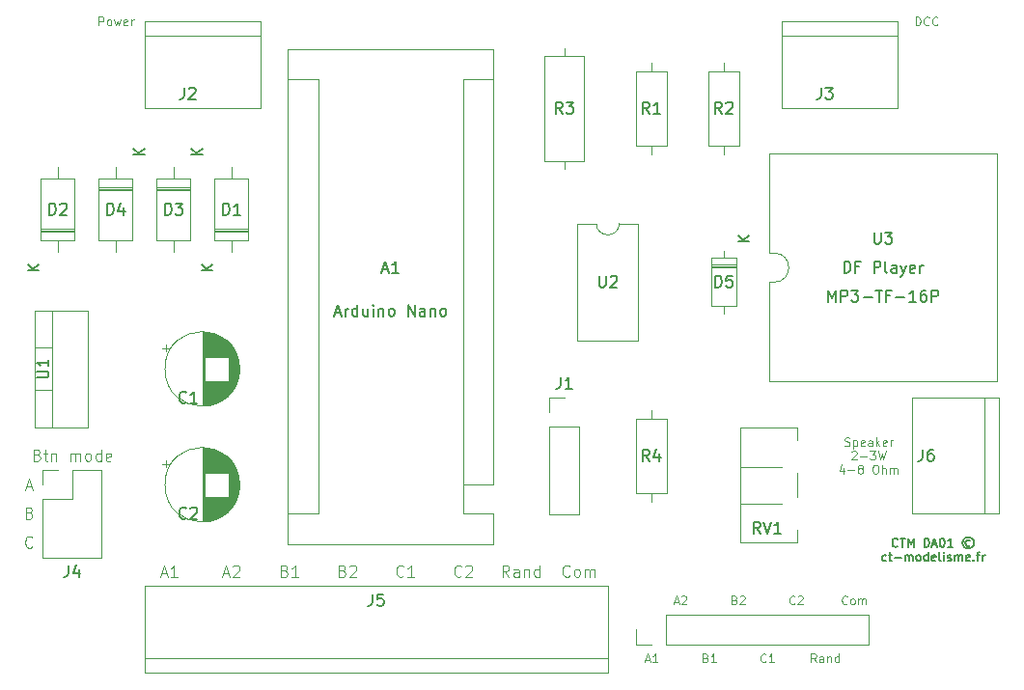
<source format=gbr>
%TF.GenerationSoftware,KiCad,Pcbnew,(6.0.4)*%
%TF.CreationDate,2022-08-02T08:21:37+02:00*%
%TF.ProjectId,DA01,44413031-2e6b-4696-9361-645f70636258,1.1*%
%TF.SameCoordinates,Original*%
%TF.FileFunction,Legend,Top*%
%TF.FilePolarity,Positive*%
%FSLAX46Y46*%
G04 Gerber Fmt 4.6, Leading zero omitted, Abs format (unit mm)*
G04 Created by KiCad (PCBNEW (6.0.4)) date 2022-08-02 08:21:37*
%MOMM*%
%LPD*%
G01*
G04 APERTURE LIST*
%ADD10C,0.100000*%
%ADD11C,0.150000*%
%ADD12C,0.120000*%
G04 APERTURE END LIST*
D10*
X71854285Y-66165000D02*
X72211428Y-66165000D01*
X71782857Y-66379285D02*
X72032857Y-65629285D01*
X72282857Y-66379285D01*
X72497142Y-65700714D02*
X72532857Y-65665000D01*
X72604285Y-65629285D01*
X72782857Y-65629285D01*
X72854285Y-65665000D01*
X72890000Y-65700714D01*
X72925714Y-65772142D01*
X72925714Y-65843571D01*
X72890000Y-65950714D01*
X72461428Y-66379285D01*
X72925714Y-66379285D01*
D11*
X86765238Y-37282380D02*
X86765238Y-36282380D01*
X87003333Y-36282380D01*
X87146190Y-36330000D01*
X87241428Y-36425238D01*
X87289047Y-36520476D01*
X87336666Y-36710952D01*
X87336666Y-36853809D01*
X87289047Y-37044285D01*
X87241428Y-37139523D01*
X87146190Y-37234761D01*
X87003333Y-37282380D01*
X86765238Y-37282380D01*
X88098571Y-36758571D02*
X87765238Y-36758571D01*
X87765238Y-37282380D02*
X87765238Y-36282380D01*
X88241428Y-36282380D01*
X89384285Y-37282380D02*
X89384285Y-36282380D01*
X89765238Y-36282380D01*
X89860476Y-36330000D01*
X89908095Y-36377619D01*
X89955714Y-36472857D01*
X89955714Y-36615714D01*
X89908095Y-36710952D01*
X89860476Y-36758571D01*
X89765238Y-36806190D01*
X89384285Y-36806190D01*
X90527142Y-37282380D02*
X90431904Y-37234761D01*
X90384285Y-37139523D01*
X90384285Y-36282380D01*
X91336666Y-37282380D02*
X91336666Y-36758571D01*
X91289047Y-36663333D01*
X91193809Y-36615714D01*
X91003333Y-36615714D01*
X90908095Y-36663333D01*
X91336666Y-37234761D02*
X91241428Y-37282380D01*
X91003333Y-37282380D01*
X90908095Y-37234761D01*
X90860476Y-37139523D01*
X90860476Y-37044285D01*
X90908095Y-36949047D01*
X91003333Y-36901428D01*
X91241428Y-36901428D01*
X91336666Y-36853809D01*
X91717619Y-36615714D02*
X91955714Y-37282380D01*
X92193809Y-36615714D02*
X91955714Y-37282380D01*
X91860476Y-37520476D01*
X91812857Y-37568095D01*
X91717619Y-37615714D01*
X92955714Y-37234761D02*
X92860476Y-37282380D01*
X92670000Y-37282380D01*
X92574761Y-37234761D01*
X92527142Y-37139523D01*
X92527142Y-36758571D01*
X92574761Y-36663333D01*
X92670000Y-36615714D01*
X92860476Y-36615714D01*
X92955714Y-36663333D01*
X93003333Y-36758571D01*
X93003333Y-36853809D01*
X92527142Y-36949047D01*
X93431904Y-37282380D02*
X93431904Y-36615714D01*
X93431904Y-36806190D02*
X93479523Y-36710952D01*
X93527142Y-36663333D01*
X93622380Y-36615714D01*
X93717619Y-36615714D01*
D10*
X74626428Y-71066428D02*
X74733571Y-71102142D01*
X74769285Y-71137857D01*
X74805000Y-71209285D01*
X74805000Y-71316428D01*
X74769285Y-71387857D01*
X74733571Y-71423571D01*
X74662142Y-71459285D01*
X74376428Y-71459285D01*
X74376428Y-70709285D01*
X74626428Y-70709285D01*
X74697857Y-70745000D01*
X74733571Y-70780714D01*
X74769285Y-70852142D01*
X74769285Y-70923571D01*
X74733571Y-70995000D01*
X74697857Y-71030714D01*
X74626428Y-71066428D01*
X74376428Y-71066428D01*
X75519285Y-71459285D02*
X75090714Y-71459285D01*
X75305000Y-71459285D02*
X75305000Y-70709285D01*
X75233571Y-70816428D01*
X75162142Y-70887857D01*
X75090714Y-70923571D01*
X87022857Y-66307857D02*
X86987142Y-66343571D01*
X86880000Y-66379285D01*
X86808571Y-66379285D01*
X86701428Y-66343571D01*
X86630000Y-66272142D01*
X86594285Y-66200714D01*
X86558571Y-66057857D01*
X86558571Y-65950714D01*
X86594285Y-65807857D01*
X86630000Y-65736428D01*
X86701428Y-65665000D01*
X86808571Y-65629285D01*
X86880000Y-65629285D01*
X86987142Y-65665000D01*
X87022857Y-65700714D01*
X87451428Y-66379285D02*
X87380000Y-66343571D01*
X87344285Y-66307857D01*
X87308571Y-66236428D01*
X87308571Y-66022142D01*
X87344285Y-65950714D01*
X87380000Y-65915000D01*
X87451428Y-65879285D01*
X87558571Y-65879285D01*
X87630000Y-65915000D01*
X87665714Y-65950714D01*
X87701428Y-66022142D01*
X87701428Y-66236428D01*
X87665714Y-66307857D01*
X87630000Y-66343571D01*
X87558571Y-66379285D01*
X87451428Y-66379285D01*
X88022857Y-66379285D02*
X88022857Y-65879285D01*
X88022857Y-65950714D02*
X88058571Y-65915000D01*
X88130000Y-65879285D01*
X88237142Y-65879285D01*
X88308571Y-65915000D01*
X88344285Y-65986428D01*
X88344285Y-66379285D01*
X88344285Y-65986428D02*
X88380000Y-65915000D01*
X88451428Y-65879285D01*
X88558571Y-65879285D01*
X88630000Y-65915000D01*
X88665714Y-65986428D01*
X88665714Y-66379285D01*
X21377857Y-15579285D02*
X21377857Y-14829285D01*
X21663571Y-14829285D01*
X21735000Y-14865000D01*
X21770714Y-14900714D01*
X21806428Y-14972142D01*
X21806428Y-15079285D01*
X21770714Y-15150714D01*
X21735000Y-15186428D01*
X21663571Y-15222142D01*
X21377857Y-15222142D01*
X22235000Y-15579285D02*
X22163571Y-15543571D01*
X22127857Y-15507857D01*
X22092142Y-15436428D01*
X22092142Y-15222142D01*
X22127857Y-15150714D01*
X22163571Y-15115000D01*
X22235000Y-15079285D01*
X22342142Y-15079285D01*
X22413571Y-15115000D01*
X22449285Y-15150714D01*
X22485000Y-15222142D01*
X22485000Y-15436428D01*
X22449285Y-15507857D01*
X22413571Y-15543571D01*
X22342142Y-15579285D01*
X22235000Y-15579285D01*
X22735000Y-15079285D02*
X22877857Y-15579285D01*
X23020714Y-15222142D01*
X23163571Y-15579285D01*
X23306428Y-15079285D01*
X23877857Y-15543571D02*
X23806428Y-15579285D01*
X23663571Y-15579285D01*
X23592142Y-15543571D01*
X23556428Y-15472142D01*
X23556428Y-15186428D01*
X23592142Y-15115000D01*
X23663571Y-15079285D01*
X23806428Y-15079285D01*
X23877857Y-15115000D01*
X23913571Y-15186428D01*
X23913571Y-15257857D01*
X23556428Y-15329285D01*
X24235000Y-15579285D02*
X24235000Y-15079285D01*
X24235000Y-15222142D02*
X24270714Y-15150714D01*
X24306428Y-15115000D01*
X24377857Y-15079285D01*
X24449285Y-15079285D01*
X86828571Y-52436071D02*
X86935714Y-52471785D01*
X87114285Y-52471785D01*
X87185714Y-52436071D01*
X87221428Y-52400357D01*
X87257142Y-52328928D01*
X87257142Y-52257500D01*
X87221428Y-52186071D01*
X87185714Y-52150357D01*
X87114285Y-52114642D01*
X86971428Y-52078928D01*
X86900000Y-52043214D01*
X86864285Y-52007500D01*
X86828571Y-51936071D01*
X86828571Y-51864642D01*
X86864285Y-51793214D01*
X86900000Y-51757500D01*
X86971428Y-51721785D01*
X87150000Y-51721785D01*
X87257142Y-51757500D01*
X87578571Y-51971785D02*
X87578571Y-52721785D01*
X87578571Y-52007500D02*
X87650000Y-51971785D01*
X87792857Y-51971785D01*
X87864285Y-52007500D01*
X87900000Y-52043214D01*
X87935714Y-52114642D01*
X87935714Y-52328928D01*
X87900000Y-52400357D01*
X87864285Y-52436071D01*
X87792857Y-52471785D01*
X87650000Y-52471785D01*
X87578571Y-52436071D01*
X88542857Y-52436071D02*
X88471428Y-52471785D01*
X88328571Y-52471785D01*
X88257142Y-52436071D01*
X88221428Y-52364642D01*
X88221428Y-52078928D01*
X88257142Y-52007500D01*
X88328571Y-51971785D01*
X88471428Y-51971785D01*
X88542857Y-52007500D01*
X88578571Y-52078928D01*
X88578571Y-52150357D01*
X88221428Y-52221785D01*
X89221428Y-52471785D02*
X89221428Y-52078928D01*
X89185714Y-52007500D01*
X89114285Y-51971785D01*
X88971428Y-51971785D01*
X88900000Y-52007500D01*
X89221428Y-52436071D02*
X89150000Y-52471785D01*
X88971428Y-52471785D01*
X88900000Y-52436071D01*
X88864285Y-52364642D01*
X88864285Y-52293214D01*
X88900000Y-52221785D01*
X88971428Y-52186071D01*
X89150000Y-52186071D01*
X89221428Y-52150357D01*
X89578571Y-52471785D02*
X89578571Y-51721785D01*
X89650000Y-52186071D02*
X89864285Y-52471785D01*
X89864285Y-51971785D02*
X89578571Y-52257500D01*
X90471428Y-52436071D02*
X90400000Y-52471785D01*
X90257142Y-52471785D01*
X90185714Y-52436071D01*
X90150000Y-52364642D01*
X90150000Y-52078928D01*
X90185714Y-52007500D01*
X90257142Y-51971785D01*
X90400000Y-51971785D01*
X90471428Y-52007500D01*
X90507142Y-52078928D01*
X90507142Y-52150357D01*
X90150000Y-52221785D01*
X90828571Y-52471785D02*
X90828571Y-51971785D01*
X90828571Y-52114642D02*
X90864285Y-52043214D01*
X90900000Y-52007500D01*
X90971428Y-51971785D01*
X91042857Y-51971785D01*
X87435714Y-53000714D02*
X87471428Y-52965000D01*
X87542857Y-52929285D01*
X87721428Y-52929285D01*
X87792857Y-52965000D01*
X87828571Y-53000714D01*
X87864285Y-53072142D01*
X87864285Y-53143571D01*
X87828571Y-53250714D01*
X87400000Y-53679285D01*
X87864285Y-53679285D01*
X88185714Y-53393571D02*
X88757142Y-53393571D01*
X89042857Y-52929285D02*
X89507142Y-52929285D01*
X89257142Y-53215000D01*
X89364285Y-53215000D01*
X89435714Y-53250714D01*
X89471428Y-53286428D01*
X89507142Y-53357857D01*
X89507142Y-53536428D01*
X89471428Y-53607857D01*
X89435714Y-53643571D01*
X89364285Y-53679285D01*
X89150000Y-53679285D01*
X89078571Y-53643571D01*
X89042857Y-53607857D01*
X89757142Y-52929285D02*
X89935714Y-53679285D01*
X90078571Y-53143571D01*
X90221428Y-53679285D01*
X90400000Y-52929285D01*
X86703571Y-54386785D02*
X86703571Y-54886785D01*
X86525000Y-54101071D02*
X86346428Y-54636785D01*
X86810714Y-54636785D01*
X87096428Y-54601071D02*
X87667857Y-54601071D01*
X88132142Y-54458214D02*
X88060714Y-54422500D01*
X88025000Y-54386785D01*
X87989285Y-54315357D01*
X87989285Y-54279642D01*
X88025000Y-54208214D01*
X88060714Y-54172500D01*
X88132142Y-54136785D01*
X88275000Y-54136785D01*
X88346428Y-54172500D01*
X88382142Y-54208214D01*
X88417857Y-54279642D01*
X88417857Y-54315357D01*
X88382142Y-54386785D01*
X88346428Y-54422500D01*
X88275000Y-54458214D01*
X88132142Y-54458214D01*
X88060714Y-54493928D01*
X88025000Y-54529642D01*
X87989285Y-54601071D01*
X87989285Y-54743928D01*
X88025000Y-54815357D01*
X88060714Y-54851071D01*
X88132142Y-54886785D01*
X88275000Y-54886785D01*
X88346428Y-54851071D01*
X88382142Y-54815357D01*
X88417857Y-54743928D01*
X88417857Y-54601071D01*
X88382142Y-54529642D01*
X88346428Y-54493928D01*
X88275000Y-54458214D01*
X89453571Y-54136785D02*
X89596428Y-54136785D01*
X89667857Y-54172500D01*
X89739285Y-54243928D01*
X89775000Y-54386785D01*
X89775000Y-54636785D01*
X89739285Y-54779642D01*
X89667857Y-54851071D01*
X89596428Y-54886785D01*
X89453571Y-54886785D01*
X89382142Y-54851071D01*
X89310714Y-54779642D01*
X89275000Y-54636785D01*
X89275000Y-54386785D01*
X89310714Y-54243928D01*
X89382142Y-54172500D01*
X89453571Y-54136785D01*
X90096428Y-54886785D02*
X90096428Y-54136785D01*
X90417857Y-54886785D02*
X90417857Y-54493928D01*
X90382142Y-54422500D01*
X90310714Y-54386785D01*
X90203571Y-54386785D01*
X90132142Y-54422500D01*
X90096428Y-54458214D01*
X90775000Y-54886785D02*
X90775000Y-54386785D01*
X90775000Y-54458214D02*
X90810714Y-54422500D01*
X90882142Y-54386785D01*
X90989285Y-54386785D01*
X91060714Y-54422500D01*
X91096428Y-54493928D01*
X91096428Y-54886785D01*
X91096428Y-54493928D02*
X91132142Y-54422500D01*
X91203571Y-54386785D01*
X91310714Y-54386785D01*
X91382142Y-54422500D01*
X91417857Y-54493928D01*
X91417857Y-54886785D01*
X84304285Y-71459285D02*
X84054285Y-71102142D01*
X83875714Y-71459285D02*
X83875714Y-70709285D01*
X84161428Y-70709285D01*
X84232857Y-70745000D01*
X84268571Y-70780714D01*
X84304285Y-70852142D01*
X84304285Y-70959285D01*
X84268571Y-71030714D01*
X84232857Y-71066428D01*
X84161428Y-71102142D01*
X83875714Y-71102142D01*
X84947142Y-71459285D02*
X84947142Y-71066428D01*
X84911428Y-70995000D01*
X84840000Y-70959285D01*
X84697142Y-70959285D01*
X84625714Y-70995000D01*
X84947142Y-71423571D02*
X84875714Y-71459285D01*
X84697142Y-71459285D01*
X84625714Y-71423571D01*
X84590000Y-71352142D01*
X84590000Y-71280714D01*
X84625714Y-71209285D01*
X84697142Y-71173571D01*
X84875714Y-71173571D01*
X84947142Y-71137857D01*
X85304285Y-70959285D02*
X85304285Y-71459285D01*
X85304285Y-71030714D02*
X85340000Y-70995000D01*
X85411428Y-70959285D01*
X85518571Y-70959285D01*
X85590000Y-70995000D01*
X85625714Y-71066428D01*
X85625714Y-71459285D01*
X86304285Y-71459285D02*
X86304285Y-70709285D01*
X86304285Y-71423571D02*
X86232857Y-71459285D01*
X86090000Y-71459285D01*
X86018571Y-71423571D01*
X85982857Y-71387857D01*
X85947142Y-71316428D01*
X85947142Y-71102142D01*
X85982857Y-71030714D01*
X86018571Y-70995000D01*
X86090000Y-70959285D01*
X86232857Y-70959285D01*
X86304285Y-70995000D01*
D11*
X91468987Y-61273803D02*
X91433272Y-61309517D01*
X91326130Y-61345231D01*
X91254701Y-61345231D01*
X91147558Y-61309517D01*
X91076130Y-61238088D01*
X91040415Y-61166660D01*
X91004701Y-61023803D01*
X91004701Y-60916660D01*
X91040415Y-60773803D01*
X91076130Y-60702374D01*
X91147558Y-60630946D01*
X91254701Y-60595231D01*
X91326130Y-60595231D01*
X91433272Y-60630946D01*
X91468987Y-60666660D01*
X91683272Y-60595231D02*
X92111844Y-60595231D01*
X91897558Y-61345231D02*
X91897558Y-60595231D01*
X92361844Y-61345231D02*
X92361844Y-60595231D01*
X92611844Y-61130946D01*
X92861844Y-60595231D01*
X92861844Y-61345231D01*
X93790415Y-61345231D02*
X93790415Y-60595231D01*
X93968987Y-60595231D01*
X94076130Y-60630946D01*
X94147558Y-60702374D01*
X94183272Y-60773803D01*
X94218987Y-60916660D01*
X94218987Y-61023803D01*
X94183272Y-61166660D01*
X94147558Y-61238088D01*
X94076130Y-61309517D01*
X93968987Y-61345231D01*
X93790415Y-61345231D01*
X94504701Y-61130946D02*
X94861844Y-61130946D01*
X94433272Y-61345231D02*
X94683272Y-60595231D01*
X94933272Y-61345231D01*
X95326130Y-60595231D02*
X95397558Y-60595231D01*
X95468987Y-60630946D01*
X95504701Y-60666660D01*
X95540415Y-60738088D01*
X95576130Y-60880946D01*
X95576130Y-61059517D01*
X95540415Y-61202374D01*
X95504701Y-61273803D01*
X95468987Y-61309517D01*
X95397558Y-61345231D01*
X95326130Y-61345231D01*
X95254701Y-61309517D01*
X95218987Y-61273803D01*
X95183272Y-61202374D01*
X95147558Y-61059517D01*
X95147558Y-60880946D01*
X95183272Y-60738088D01*
X95218987Y-60666660D01*
X95254701Y-60630946D01*
X95326130Y-60595231D01*
X96290415Y-61345231D02*
X95861844Y-61345231D01*
X96076130Y-61345231D02*
X96076130Y-60595231D01*
X96004701Y-60702374D01*
X95933272Y-60773803D01*
X95861844Y-60809517D01*
X97790415Y-60773803D02*
X97718987Y-60738088D01*
X97576130Y-60738088D01*
X97504701Y-60773803D01*
X97433272Y-60845231D01*
X97397558Y-60916660D01*
X97397558Y-61059517D01*
X97433272Y-61130946D01*
X97504701Y-61202374D01*
X97576130Y-61238088D01*
X97718987Y-61238088D01*
X97790415Y-61202374D01*
X97647558Y-60488088D02*
X97468987Y-60523803D01*
X97290415Y-60630946D01*
X97183272Y-60809517D01*
X97147558Y-60988088D01*
X97183272Y-61166660D01*
X97290415Y-61345231D01*
X97468987Y-61452374D01*
X97647558Y-61488088D01*
X97826130Y-61452374D01*
X98004701Y-61345231D01*
X98111844Y-61166660D01*
X98147558Y-60988088D01*
X98111844Y-60809517D01*
X98004701Y-60630946D01*
X97826130Y-60523803D01*
X97647558Y-60488088D01*
X90451130Y-62517017D02*
X90379701Y-62552731D01*
X90236844Y-62552731D01*
X90165415Y-62517017D01*
X90129701Y-62481303D01*
X90093987Y-62409874D01*
X90093987Y-62195588D01*
X90129701Y-62124160D01*
X90165415Y-62088446D01*
X90236844Y-62052731D01*
X90379701Y-62052731D01*
X90451130Y-62088446D01*
X90665415Y-62052731D02*
X90951130Y-62052731D01*
X90772558Y-61802731D02*
X90772558Y-62445588D01*
X90808272Y-62517017D01*
X90879701Y-62552731D01*
X90951130Y-62552731D01*
X91201130Y-62267017D02*
X91772558Y-62267017D01*
X92129701Y-62552731D02*
X92129701Y-62052731D01*
X92129701Y-62124160D02*
X92165415Y-62088446D01*
X92236844Y-62052731D01*
X92343987Y-62052731D01*
X92415415Y-62088446D01*
X92451130Y-62159874D01*
X92451130Y-62552731D01*
X92451130Y-62159874D02*
X92486844Y-62088446D01*
X92558272Y-62052731D01*
X92665415Y-62052731D01*
X92736844Y-62088446D01*
X92772558Y-62159874D01*
X92772558Y-62552731D01*
X93236844Y-62552731D02*
X93165415Y-62517017D01*
X93129701Y-62481303D01*
X93093987Y-62409874D01*
X93093987Y-62195588D01*
X93129701Y-62124160D01*
X93165415Y-62088446D01*
X93236844Y-62052731D01*
X93343987Y-62052731D01*
X93415415Y-62088446D01*
X93451130Y-62124160D01*
X93486844Y-62195588D01*
X93486844Y-62409874D01*
X93451130Y-62481303D01*
X93415415Y-62517017D01*
X93343987Y-62552731D01*
X93236844Y-62552731D01*
X94129701Y-62552731D02*
X94129701Y-61802731D01*
X94129701Y-62517017D02*
X94058272Y-62552731D01*
X93915415Y-62552731D01*
X93843987Y-62517017D01*
X93808272Y-62481303D01*
X93772558Y-62409874D01*
X93772558Y-62195588D01*
X93808272Y-62124160D01*
X93843987Y-62088446D01*
X93915415Y-62052731D01*
X94058272Y-62052731D01*
X94129701Y-62088446D01*
X94772558Y-62517017D02*
X94701130Y-62552731D01*
X94558272Y-62552731D01*
X94486844Y-62517017D01*
X94451130Y-62445588D01*
X94451130Y-62159874D01*
X94486844Y-62088446D01*
X94558272Y-62052731D01*
X94701130Y-62052731D01*
X94772558Y-62088446D01*
X94808272Y-62159874D01*
X94808272Y-62231303D01*
X94451130Y-62302731D01*
X95236844Y-62552731D02*
X95165415Y-62517017D01*
X95129701Y-62445588D01*
X95129701Y-61802731D01*
X95522558Y-62552731D02*
X95522558Y-62052731D01*
X95522558Y-61802731D02*
X95486844Y-61838446D01*
X95522558Y-61874160D01*
X95558272Y-61838446D01*
X95522558Y-61802731D01*
X95522558Y-61874160D01*
X95843987Y-62517017D02*
X95915415Y-62552731D01*
X96058272Y-62552731D01*
X96129701Y-62517017D01*
X96165415Y-62445588D01*
X96165415Y-62409874D01*
X96129701Y-62338446D01*
X96058272Y-62302731D01*
X95951130Y-62302731D01*
X95879701Y-62267017D01*
X95843987Y-62195588D01*
X95843987Y-62159874D01*
X95879701Y-62088446D01*
X95951130Y-62052731D01*
X96058272Y-62052731D01*
X96129701Y-62088446D01*
X96486844Y-62552731D02*
X96486844Y-62052731D01*
X96486844Y-62124160D02*
X96522558Y-62088446D01*
X96593987Y-62052731D01*
X96701130Y-62052731D01*
X96772558Y-62088446D01*
X96808272Y-62159874D01*
X96808272Y-62552731D01*
X96808272Y-62159874D02*
X96843987Y-62088446D01*
X96915415Y-62052731D01*
X97022558Y-62052731D01*
X97093987Y-62088446D01*
X97129701Y-62159874D01*
X97129701Y-62552731D01*
X97772558Y-62517017D02*
X97701130Y-62552731D01*
X97558272Y-62552731D01*
X97486844Y-62517017D01*
X97451130Y-62445588D01*
X97451130Y-62159874D01*
X97486844Y-62088446D01*
X97558272Y-62052731D01*
X97701130Y-62052731D01*
X97772558Y-62088446D01*
X97808272Y-62159874D01*
X97808272Y-62231303D01*
X97451130Y-62302731D01*
X98129701Y-62481303D02*
X98165415Y-62517017D01*
X98129701Y-62552731D01*
X98093987Y-62517017D01*
X98129701Y-62481303D01*
X98129701Y-62552731D01*
X98379701Y-62052731D02*
X98665415Y-62052731D01*
X98486844Y-62552731D02*
X98486844Y-61909874D01*
X98522558Y-61838446D01*
X98593987Y-61802731D01*
X98665415Y-61802731D01*
X98915415Y-62552731D02*
X98915415Y-62052731D01*
X98915415Y-62195588D02*
X98951130Y-62124160D01*
X98986844Y-62088446D01*
X99058272Y-62052731D01*
X99129701Y-62052731D01*
X85360476Y-39822380D02*
X85360476Y-38822380D01*
X85693809Y-39536666D01*
X86027142Y-38822380D01*
X86027142Y-39822380D01*
X86503333Y-39822380D02*
X86503333Y-38822380D01*
X86884285Y-38822380D01*
X86979523Y-38870000D01*
X87027142Y-38917619D01*
X87074761Y-39012857D01*
X87074761Y-39155714D01*
X87027142Y-39250952D01*
X86979523Y-39298571D01*
X86884285Y-39346190D01*
X86503333Y-39346190D01*
X87408095Y-38822380D02*
X88027142Y-38822380D01*
X87693809Y-39203333D01*
X87836666Y-39203333D01*
X87931904Y-39250952D01*
X87979523Y-39298571D01*
X88027142Y-39393809D01*
X88027142Y-39631904D01*
X87979523Y-39727142D01*
X87931904Y-39774761D01*
X87836666Y-39822380D01*
X87550952Y-39822380D01*
X87455714Y-39774761D01*
X87408095Y-39727142D01*
X88455714Y-39441428D02*
X89217619Y-39441428D01*
X89550952Y-38822380D02*
X90122380Y-38822380D01*
X89836666Y-39822380D02*
X89836666Y-38822380D01*
X90789047Y-39298571D02*
X90455714Y-39298571D01*
X90455714Y-39822380D02*
X90455714Y-38822380D01*
X90931904Y-38822380D01*
X91312857Y-39441428D02*
X92074761Y-39441428D01*
X93074761Y-39822380D02*
X92503333Y-39822380D01*
X92789047Y-39822380D02*
X92789047Y-38822380D01*
X92693809Y-38965238D01*
X92598571Y-39060476D01*
X92503333Y-39108095D01*
X93931904Y-38822380D02*
X93741428Y-38822380D01*
X93646190Y-38870000D01*
X93598571Y-38917619D01*
X93503333Y-39060476D01*
X93455714Y-39250952D01*
X93455714Y-39631904D01*
X93503333Y-39727142D01*
X93550952Y-39774761D01*
X93646190Y-39822380D01*
X93836666Y-39822380D01*
X93931904Y-39774761D01*
X93979523Y-39727142D01*
X94027142Y-39631904D01*
X94027142Y-39393809D01*
X93979523Y-39298571D01*
X93931904Y-39250952D01*
X93836666Y-39203333D01*
X93646190Y-39203333D01*
X93550952Y-39250952D01*
X93503333Y-39298571D01*
X93455714Y-39393809D01*
X94455714Y-39822380D02*
X94455714Y-38822380D01*
X94836666Y-38822380D01*
X94931904Y-38870000D01*
X94979523Y-38917619D01*
X95027142Y-39012857D01*
X95027142Y-39155714D01*
X94979523Y-39250952D01*
X94931904Y-39298571D01*
X94836666Y-39346190D01*
X94455714Y-39346190D01*
D10*
X15311428Y-58348571D02*
X15454285Y-58396190D01*
X15501904Y-58443809D01*
X15549523Y-58539047D01*
X15549523Y-58681904D01*
X15501904Y-58777142D01*
X15454285Y-58824761D01*
X15359047Y-58872380D01*
X14978095Y-58872380D01*
X14978095Y-57872380D01*
X15311428Y-57872380D01*
X15406666Y-57920000D01*
X15454285Y-57967619D01*
X15501904Y-58062857D01*
X15501904Y-58158095D01*
X15454285Y-58253333D01*
X15406666Y-58300952D01*
X15311428Y-58348571D01*
X14978095Y-58348571D01*
X69314285Y-71245000D02*
X69671428Y-71245000D01*
X69242857Y-71459285D02*
X69492857Y-70709285D01*
X69742857Y-71459285D01*
X70385714Y-71459285D02*
X69957142Y-71459285D01*
X70171428Y-71459285D02*
X70171428Y-70709285D01*
X70100000Y-70816428D01*
X70028571Y-70887857D01*
X69957142Y-70923571D01*
X42775238Y-63428571D02*
X42918095Y-63476190D01*
X42965714Y-63523809D01*
X43013333Y-63619047D01*
X43013333Y-63761904D01*
X42965714Y-63857142D01*
X42918095Y-63904761D01*
X42822857Y-63952380D01*
X42441904Y-63952380D01*
X42441904Y-62952380D01*
X42775238Y-62952380D01*
X42870476Y-63000000D01*
X42918095Y-63047619D01*
X42965714Y-63142857D01*
X42965714Y-63238095D01*
X42918095Y-63333333D01*
X42870476Y-63380952D01*
X42775238Y-63428571D01*
X42441904Y-63428571D01*
X43394285Y-63047619D02*
X43441904Y-63000000D01*
X43537142Y-62952380D01*
X43775238Y-62952380D01*
X43870476Y-63000000D01*
X43918095Y-63047619D01*
X43965714Y-63142857D01*
X43965714Y-63238095D01*
X43918095Y-63380952D01*
X43346666Y-63952380D01*
X43965714Y-63952380D01*
X53173333Y-63857142D02*
X53125714Y-63904761D01*
X52982857Y-63952380D01*
X52887619Y-63952380D01*
X52744761Y-63904761D01*
X52649523Y-63809523D01*
X52601904Y-63714285D01*
X52554285Y-63523809D01*
X52554285Y-63380952D01*
X52601904Y-63190476D01*
X52649523Y-63095238D01*
X52744761Y-63000000D01*
X52887619Y-62952380D01*
X52982857Y-62952380D01*
X53125714Y-63000000D01*
X53173333Y-63047619D01*
X53554285Y-63047619D02*
X53601904Y-63000000D01*
X53697142Y-62952380D01*
X53935238Y-62952380D01*
X54030476Y-63000000D01*
X54078095Y-63047619D01*
X54125714Y-63142857D01*
X54125714Y-63238095D01*
X54078095Y-63380952D01*
X53506666Y-63952380D01*
X54125714Y-63952380D01*
X16002380Y-53268571D02*
X16145238Y-53316190D01*
X16192857Y-53363809D01*
X16240476Y-53459047D01*
X16240476Y-53601904D01*
X16192857Y-53697142D01*
X16145238Y-53744761D01*
X16050000Y-53792380D01*
X15669047Y-53792380D01*
X15669047Y-52792380D01*
X16002380Y-52792380D01*
X16097619Y-52840000D01*
X16145238Y-52887619D01*
X16192857Y-52982857D01*
X16192857Y-53078095D01*
X16145238Y-53173333D01*
X16097619Y-53220952D01*
X16002380Y-53268571D01*
X15669047Y-53268571D01*
X16526190Y-53125714D02*
X16907142Y-53125714D01*
X16669047Y-52792380D02*
X16669047Y-53649523D01*
X16716666Y-53744761D01*
X16811904Y-53792380D01*
X16907142Y-53792380D01*
X17240476Y-53125714D02*
X17240476Y-53792380D01*
X17240476Y-53220952D02*
X17288095Y-53173333D01*
X17383333Y-53125714D01*
X17526190Y-53125714D01*
X17621428Y-53173333D01*
X17669047Y-53268571D01*
X17669047Y-53792380D01*
X18907142Y-53792380D02*
X18907142Y-53125714D01*
X18907142Y-53220952D02*
X18954761Y-53173333D01*
X19050000Y-53125714D01*
X19192857Y-53125714D01*
X19288095Y-53173333D01*
X19335714Y-53268571D01*
X19335714Y-53792380D01*
X19335714Y-53268571D02*
X19383333Y-53173333D01*
X19478571Y-53125714D01*
X19621428Y-53125714D01*
X19716666Y-53173333D01*
X19764285Y-53268571D01*
X19764285Y-53792380D01*
X20383333Y-53792380D02*
X20288095Y-53744761D01*
X20240476Y-53697142D01*
X20192857Y-53601904D01*
X20192857Y-53316190D01*
X20240476Y-53220952D01*
X20288095Y-53173333D01*
X20383333Y-53125714D01*
X20526190Y-53125714D01*
X20621428Y-53173333D01*
X20669047Y-53220952D01*
X20716666Y-53316190D01*
X20716666Y-53601904D01*
X20669047Y-53697142D01*
X20621428Y-53744761D01*
X20526190Y-53792380D01*
X20383333Y-53792380D01*
X21573809Y-53792380D02*
X21573809Y-52792380D01*
X21573809Y-53744761D02*
X21478571Y-53792380D01*
X21288095Y-53792380D01*
X21192857Y-53744761D01*
X21145238Y-53697142D01*
X21097619Y-53601904D01*
X21097619Y-53316190D01*
X21145238Y-53220952D01*
X21192857Y-53173333D01*
X21288095Y-53125714D01*
X21478571Y-53125714D01*
X21573809Y-53173333D01*
X22430952Y-53744761D02*
X22335714Y-53792380D01*
X22145238Y-53792380D01*
X22050000Y-53744761D01*
X22002380Y-53649523D01*
X22002380Y-53268571D01*
X22050000Y-53173333D01*
X22145238Y-53125714D01*
X22335714Y-53125714D01*
X22430952Y-53173333D01*
X22478571Y-53268571D01*
X22478571Y-53363809D01*
X22002380Y-53459047D01*
X15549523Y-61317142D02*
X15501904Y-61364761D01*
X15359047Y-61412380D01*
X15263809Y-61412380D01*
X15120952Y-61364761D01*
X15025714Y-61269523D01*
X14978095Y-61174285D01*
X14930476Y-60983809D01*
X14930476Y-60840952D01*
X14978095Y-60650476D01*
X15025714Y-60555238D01*
X15120952Y-60460000D01*
X15263809Y-60412380D01*
X15359047Y-60412380D01*
X15501904Y-60460000D01*
X15549523Y-60507619D01*
X57372380Y-63952380D02*
X57039047Y-63476190D01*
X56800952Y-63952380D02*
X56800952Y-62952380D01*
X57181904Y-62952380D01*
X57277142Y-63000000D01*
X57324761Y-63047619D01*
X57372380Y-63142857D01*
X57372380Y-63285714D01*
X57324761Y-63380952D01*
X57277142Y-63428571D01*
X57181904Y-63476190D01*
X56800952Y-63476190D01*
X58229523Y-63952380D02*
X58229523Y-63428571D01*
X58181904Y-63333333D01*
X58086666Y-63285714D01*
X57896190Y-63285714D01*
X57800952Y-63333333D01*
X58229523Y-63904761D02*
X58134285Y-63952380D01*
X57896190Y-63952380D01*
X57800952Y-63904761D01*
X57753333Y-63809523D01*
X57753333Y-63714285D01*
X57800952Y-63619047D01*
X57896190Y-63571428D01*
X58134285Y-63571428D01*
X58229523Y-63523809D01*
X58705714Y-63285714D02*
X58705714Y-63952380D01*
X58705714Y-63380952D02*
X58753333Y-63333333D01*
X58848571Y-63285714D01*
X58991428Y-63285714D01*
X59086666Y-63333333D01*
X59134285Y-63428571D01*
X59134285Y-63952380D01*
X60039047Y-63952380D02*
X60039047Y-62952380D01*
X60039047Y-63904761D02*
X59943809Y-63952380D01*
X59753333Y-63952380D01*
X59658095Y-63904761D01*
X59610476Y-63857142D01*
X59562857Y-63761904D01*
X59562857Y-63476190D01*
X59610476Y-63380952D01*
X59658095Y-63333333D01*
X59753333Y-63285714D01*
X59943809Y-63285714D01*
X60039047Y-63333333D01*
X79885000Y-71387857D02*
X79849285Y-71423571D01*
X79742142Y-71459285D01*
X79670714Y-71459285D01*
X79563571Y-71423571D01*
X79492142Y-71352142D01*
X79456428Y-71280714D01*
X79420714Y-71137857D01*
X79420714Y-71030714D01*
X79456428Y-70887857D01*
X79492142Y-70816428D01*
X79563571Y-70745000D01*
X79670714Y-70709285D01*
X79742142Y-70709285D01*
X79849285Y-70745000D01*
X79885000Y-70780714D01*
X80599285Y-71459285D02*
X80170714Y-71459285D01*
X80385000Y-71459285D02*
X80385000Y-70709285D01*
X80313571Y-70816428D01*
X80242142Y-70887857D01*
X80170714Y-70923571D01*
D11*
X42132857Y-40806666D02*
X42609047Y-40806666D01*
X42037619Y-41092380D02*
X42370952Y-40092380D01*
X42704285Y-41092380D01*
X43037619Y-41092380D02*
X43037619Y-40425714D01*
X43037619Y-40616190D02*
X43085238Y-40520952D01*
X43132857Y-40473333D01*
X43228095Y-40425714D01*
X43323333Y-40425714D01*
X44085238Y-41092380D02*
X44085238Y-40092380D01*
X44085238Y-41044761D02*
X43990000Y-41092380D01*
X43799523Y-41092380D01*
X43704285Y-41044761D01*
X43656666Y-40997142D01*
X43609047Y-40901904D01*
X43609047Y-40616190D01*
X43656666Y-40520952D01*
X43704285Y-40473333D01*
X43799523Y-40425714D01*
X43990000Y-40425714D01*
X44085238Y-40473333D01*
X44990000Y-40425714D02*
X44990000Y-41092380D01*
X44561428Y-40425714D02*
X44561428Y-40949523D01*
X44609047Y-41044761D01*
X44704285Y-41092380D01*
X44847142Y-41092380D01*
X44942380Y-41044761D01*
X44990000Y-40997142D01*
X45466190Y-41092380D02*
X45466190Y-40425714D01*
X45466190Y-40092380D02*
X45418571Y-40140000D01*
X45466190Y-40187619D01*
X45513809Y-40140000D01*
X45466190Y-40092380D01*
X45466190Y-40187619D01*
X45942380Y-40425714D02*
X45942380Y-41092380D01*
X45942380Y-40520952D02*
X45990000Y-40473333D01*
X46085238Y-40425714D01*
X46228095Y-40425714D01*
X46323333Y-40473333D01*
X46370952Y-40568571D01*
X46370952Y-41092380D01*
X46990000Y-41092380D02*
X46894761Y-41044761D01*
X46847142Y-40997142D01*
X46799523Y-40901904D01*
X46799523Y-40616190D01*
X46847142Y-40520952D01*
X46894761Y-40473333D01*
X46990000Y-40425714D01*
X47132857Y-40425714D01*
X47228095Y-40473333D01*
X47275714Y-40520952D01*
X47323333Y-40616190D01*
X47323333Y-40901904D01*
X47275714Y-40997142D01*
X47228095Y-41044761D01*
X47132857Y-41092380D01*
X46990000Y-41092380D01*
X48513809Y-41092380D02*
X48513809Y-40092380D01*
X49085238Y-41092380D01*
X49085238Y-40092380D01*
X49990000Y-41092380D02*
X49990000Y-40568571D01*
X49942380Y-40473333D01*
X49847142Y-40425714D01*
X49656666Y-40425714D01*
X49561428Y-40473333D01*
X49990000Y-41044761D02*
X49894761Y-41092380D01*
X49656666Y-41092380D01*
X49561428Y-41044761D01*
X49513809Y-40949523D01*
X49513809Y-40854285D01*
X49561428Y-40759047D01*
X49656666Y-40711428D01*
X49894761Y-40711428D01*
X49990000Y-40663809D01*
X50466190Y-40425714D02*
X50466190Y-41092380D01*
X50466190Y-40520952D02*
X50513809Y-40473333D01*
X50609047Y-40425714D01*
X50751904Y-40425714D01*
X50847142Y-40473333D01*
X50894761Y-40568571D01*
X50894761Y-41092380D01*
X51513809Y-41092380D02*
X51418571Y-41044761D01*
X51370952Y-40997142D01*
X51323333Y-40901904D01*
X51323333Y-40616190D01*
X51370952Y-40520952D01*
X51418571Y-40473333D01*
X51513809Y-40425714D01*
X51656666Y-40425714D01*
X51751904Y-40473333D01*
X51799523Y-40520952D01*
X51847142Y-40616190D01*
X51847142Y-40901904D01*
X51799523Y-40997142D01*
X51751904Y-41044761D01*
X51656666Y-41092380D01*
X51513809Y-41092380D01*
D10*
X93033571Y-15579285D02*
X93033571Y-14829285D01*
X93212142Y-14829285D01*
X93319285Y-14865000D01*
X93390714Y-14936428D01*
X93426428Y-15007857D01*
X93462142Y-15150714D01*
X93462142Y-15257857D01*
X93426428Y-15400714D01*
X93390714Y-15472142D01*
X93319285Y-15543571D01*
X93212142Y-15579285D01*
X93033571Y-15579285D01*
X94212142Y-15507857D02*
X94176428Y-15543571D01*
X94069285Y-15579285D01*
X93997857Y-15579285D01*
X93890714Y-15543571D01*
X93819285Y-15472142D01*
X93783571Y-15400714D01*
X93747857Y-15257857D01*
X93747857Y-15150714D01*
X93783571Y-15007857D01*
X93819285Y-14936428D01*
X93890714Y-14865000D01*
X93997857Y-14829285D01*
X94069285Y-14829285D01*
X94176428Y-14865000D01*
X94212142Y-14900714D01*
X94962142Y-15507857D02*
X94926428Y-15543571D01*
X94819285Y-15579285D01*
X94747857Y-15579285D01*
X94640714Y-15543571D01*
X94569285Y-15472142D01*
X94533571Y-15400714D01*
X94497857Y-15257857D01*
X94497857Y-15150714D01*
X94533571Y-15007857D01*
X94569285Y-14936428D01*
X94640714Y-14865000D01*
X94747857Y-14829285D01*
X94819285Y-14829285D01*
X94926428Y-14865000D01*
X94962142Y-14900714D01*
X26844761Y-63666666D02*
X27320952Y-63666666D01*
X26749523Y-63952380D02*
X27082857Y-62952380D01*
X27416190Y-63952380D01*
X28273333Y-63952380D02*
X27701904Y-63952380D01*
X27987619Y-63952380D02*
X27987619Y-62952380D01*
X27892380Y-63095238D01*
X27797142Y-63190476D01*
X27701904Y-63238095D01*
X15001904Y-56046666D02*
X15478095Y-56046666D01*
X14906666Y-56332380D02*
X15240000Y-55332380D01*
X15573333Y-56332380D01*
X37695238Y-63428571D02*
X37838095Y-63476190D01*
X37885714Y-63523809D01*
X37933333Y-63619047D01*
X37933333Y-63761904D01*
X37885714Y-63857142D01*
X37838095Y-63904761D01*
X37742857Y-63952380D01*
X37361904Y-63952380D01*
X37361904Y-62952380D01*
X37695238Y-62952380D01*
X37790476Y-63000000D01*
X37838095Y-63047619D01*
X37885714Y-63142857D01*
X37885714Y-63238095D01*
X37838095Y-63333333D01*
X37790476Y-63380952D01*
X37695238Y-63428571D01*
X37361904Y-63428571D01*
X38885714Y-63952380D02*
X38314285Y-63952380D01*
X38600000Y-63952380D02*
X38600000Y-62952380D01*
X38504761Y-63095238D01*
X38409523Y-63190476D01*
X38314285Y-63238095D01*
X62690476Y-63857142D02*
X62642857Y-63904761D01*
X62500000Y-63952380D01*
X62404761Y-63952380D01*
X62261904Y-63904761D01*
X62166666Y-63809523D01*
X62119047Y-63714285D01*
X62071428Y-63523809D01*
X62071428Y-63380952D01*
X62119047Y-63190476D01*
X62166666Y-63095238D01*
X62261904Y-63000000D01*
X62404761Y-62952380D01*
X62500000Y-62952380D01*
X62642857Y-63000000D01*
X62690476Y-63047619D01*
X63261904Y-63952380D02*
X63166666Y-63904761D01*
X63119047Y-63857142D01*
X63071428Y-63761904D01*
X63071428Y-63476190D01*
X63119047Y-63380952D01*
X63166666Y-63333333D01*
X63261904Y-63285714D01*
X63404761Y-63285714D01*
X63500000Y-63333333D01*
X63547619Y-63380952D01*
X63595238Y-63476190D01*
X63595238Y-63761904D01*
X63547619Y-63857142D01*
X63500000Y-63904761D01*
X63404761Y-63952380D01*
X63261904Y-63952380D01*
X64023809Y-63952380D02*
X64023809Y-63285714D01*
X64023809Y-63380952D02*
X64071428Y-63333333D01*
X64166666Y-63285714D01*
X64309523Y-63285714D01*
X64404761Y-63333333D01*
X64452380Y-63428571D01*
X64452380Y-63952380D01*
X64452380Y-63428571D02*
X64500000Y-63333333D01*
X64595238Y-63285714D01*
X64738095Y-63285714D01*
X64833333Y-63333333D01*
X64880952Y-63428571D01*
X64880952Y-63952380D01*
X48093333Y-63857142D02*
X48045714Y-63904761D01*
X47902857Y-63952380D01*
X47807619Y-63952380D01*
X47664761Y-63904761D01*
X47569523Y-63809523D01*
X47521904Y-63714285D01*
X47474285Y-63523809D01*
X47474285Y-63380952D01*
X47521904Y-63190476D01*
X47569523Y-63095238D01*
X47664761Y-63000000D01*
X47807619Y-62952380D01*
X47902857Y-62952380D01*
X48045714Y-63000000D01*
X48093333Y-63047619D01*
X49045714Y-63952380D02*
X48474285Y-63952380D01*
X48760000Y-63952380D02*
X48760000Y-62952380D01*
X48664761Y-63095238D01*
X48569523Y-63190476D01*
X48474285Y-63238095D01*
X32305714Y-63666666D02*
X32781904Y-63666666D01*
X32210476Y-63952380D02*
X32543809Y-62952380D01*
X32877142Y-63952380D01*
X33162857Y-63047619D02*
X33210476Y-63000000D01*
X33305714Y-62952380D01*
X33543809Y-62952380D01*
X33639047Y-63000000D01*
X33686666Y-63047619D01*
X33734285Y-63142857D01*
X33734285Y-63238095D01*
X33686666Y-63380952D01*
X33115238Y-63952380D01*
X33734285Y-63952380D01*
X82425000Y-66307857D02*
X82389285Y-66343571D01*
X82282142Y-66379285D01*
X82210714Y-66379285D01*
X82103571Y-66343571D01*
X82032142Y-66272142D01*
X81996428Y-66200714D01*
X81960714Y-66057857D01*
X81960714Y-65950714D01*
X81996428Y-65807857D01*
X82032142Y-65736428D01*
X82103571Y-65665000D01*
X82210714Y-65629285D01*
X82282142Y-65629285D01*
X82389285Y-65665000D01*
X82425000Y-65700714D01*
X82710714Y-65700714D02*
X82746428Y-65665000D01*
X82817857Y-65629285D01*
X82996428Y-65629285D01*
X83067857Y-65665000D01*
X83103571Y-65700714D01*
X83139285Y-65772142D01*
X83139285Y-65843571D01*
X83103571Y-65950714D01*
X82675000Y-66379285D01*
X83139285Y-66379285D01*
X77166428Y-65986428D02*
X77273571Y-66022142D01*
X77309285Y-66057857D01*
X77345000Y-66129285D01*
X77345000Y-66236428D01*
X77309285Y-66307857D01*
X77273571Y-66343571D01*
X77202142Y-66379285D01*
X76916428Y-66379285D01*
X76916428Y-65629285D01*
X77166428Y-65629285D01*
X77237857Y-65665000D01*
X77273571Y-65700714D01*
X77309285Y-65772142D01*
X77309285Y-65843571D01*
X77273571Y-65915000D01*
X77237857Y-65950714D01*
X77166428Y-65986428D01*
X76916428Y-65986428D01*
X77630714Y-65700714D02*
X77666428Y-65665000D01*
X77737857Y-65629285D01*
X77916428Y-65629285D01*
X77987857Y-65665000D01*
X78023571Y-65700714D01*
X78059285Y-65772142D01*
X78059285Y-65843571D01*
X78023571Y-65950714D01*
X77595000Y-66379285D01*
X78059285Y-66379285D01*
D11*
%TO.C,A1*%
X46275714Y-36996666D02*
X46751904Y-36996666D01*
X46180476Y-37282380D02*
X46513809Y-36282380D01*
X46847142Y-37282380D01*
X47704285Y-37282380D02*
X47132857Y-37282380D01*
X47418571Y-37282380D02*
X47418571Y-36282380D01*
X47323333Y-36425238D01*
X47228095Y-36520476D01*
X47132857Y-36568095D01*
%TO.C,C1*%
X29043333Y-48617142D02*
X28995714Y-48664761D01*
X28852857Y-48712380D01*
X28757619Y-48712380D01*
X28614761Y-48664761D01*
X28519523Y-48569523D01*
X28471904Y-48474285D01*
X28424285Y-48283809D01*
X28424285Y-48140952D01*
X28471904Y-47950476D01*
X28519523Y-47855238D01*
X28614761Y-47760000D01*
X28757619Y-47712380D01*
X28852857Y-47712380D01*
X28995714Y-47760000D01*
X29043333Y-47807619D01*
X29995714Y-48712380D02*
X29424285Y-48712380D01*
X29710000Y-48712380D02*
X29710000Y-47712380D01*
X29614761Y-47855238D01*
X29519523Y-47950476D01*
X29424285Y-47998095D01*
%TO.C,C2*%
X29043333Y-58777142D02*
X28995714Y-58824761D01*
X28852857Y-58872380D01*
X28757619Y-58872380D01*
X28614761Y-58824761D01*
X28519523Y-58729523D01*
X28471904Y-58634285D01*
X28424285Y-58443809D01*
X28424285Y-58300952D01*
X28471904Y-58110476D01*
X28519523Y-58015238D01*
X28614761Y-57920000D01*
X28757619Y-57872380D01*
X28852857Y-57872380D01*
X28995714Y-57920000D01*
X29043333Y-57967619D01*
X29424285Y-57967619D02*
X29471904Y-57920000D01*
X29567142Y-57872380D01*
X29805238Y-57872380D01*
X29900476Y-57920000D01*
X29948095Y-57967619D01*
X29995714Y-58062857D01*
X29995714Y-58158095D01*
X29948095Y-58300952D01*
X29376666Y-58872380D01*
X29995714Y-58872380D01*
%TO.C,D3*%
X27201904Y-32202380D02*
X27201904Y-31202380D01*
X27440000Y-31202380D01*
X27582857Y-31250000D01*
X27678095Y-31345238D01*
X27725714Y-31440476D01*
X27773333Y-31630952D01*
X27773333Y-31773809D01*
X27725714Y-31964285D01*
X27678095Y-32059523D01*
X27582857Y-32154761D01*
X27440000Y-32202380D01*
X27201904Y-32202380D01*
X28106666Y-31202380D02*
X28725714Y-31202380D01*
X28392380Y-31583333D01*
X28535238Y-31583333D01*
X28630476Y-31630952D01*
X28678095Y-31678571D01*
X28725714Y-31773809D01*
X28725714Y-32011904D01*
X28678095Y-32107142D01*
X28630476Y-32154761D01*
X28535238Y-32202380D01*
X28249523Y-32202380D01*
X28154285Y-32154761D01*
X28106666Y-32107142D01*
X30492380Y-26931904D02*
X29492380Y-26931904D01*
X30492380Y-26360476D02*
X29920952Y-26789047D01*
X29492380Y-26360476D02*
X30063809Y-26931904D01*
%TO.C,D4*%
X22121904Y-32202380D02*
X22121904Y-31202380D01*
X22360000Y-31202380D01*
X22502857Y-31250000D01*
X22598095Y-31345238D01*
X22645714Y-31440476D01*
X22693333Y-31630952D01*
X22693333Y-31773809D01*
X22645714Y-31964285D01*
X22598095Y-32059523D01*
X22502857Y-32154761D01*
X22360000Y-32202380D01*
X22121904Y-32202380D01*
X23550476Y-31535714D02*
X23550476Y-32202380D01*
X23312380Y-31154761D02*
X23074285Y-31869047D01*
X23693333Y-31869047D01*
X25412380Y-26931904D02*
X24412380Y-26931904D01*
X25412380Y-26360476D02*
X24840952Y-26789047D01*
X24412380Y-26360476D02*
X24983809Y-26931904D01*
%TO.C,D5*%
X75461904Y-38552380D02*
X75461904Y-37552380D01*
X75700000Y-37552380D01*
X75842857Y-37600000D01*
X75938095Y-37695238D01*
X75985714Y-37790476D01*
X76033333Y-37980952D01*
X76033333Y-38123809D01*
X75985714Y-38314285D01*
X75938095Y-38409523D01*
X75842857Y-38504761D01*
X75700000Y-38552380D01*
X75461904Y-38552380D01*
X76938095Y-37552380D02*
X76461904Y-37552380D01*
X76414285Y-38028571D01*
X76461904Y-37980952D01*
X76557142Y-37933333D01*
X76795238Y-37933333D01*
X76890476Y-37980952D01*
X76938095Y-38028571D01*
X76985714Y-38123809D01*
X76985714Y-38361904D01*
X76938095Y-38457142D01*
X76890476Y-38504761D01*
X76795238Y-38552380D01*
X76557142Y-38552380D01*
X76461904Y-38504761D01*
X76414285Y-38457142D01*
X78452380Y-34551904D02*
X77452380Y-34551904D01*
X78452380Y-33980476D02*
X77880952Y-34409047D01*
X77452380Y-33980476D02*
X78023809Y-34551904D01*
%TO.C,J2*%
X28876666Y-21042380D02*
X28876666Y-21756666D01*
X28829047Y-21899523D01*
X28733809Y-21994761D01*
X28590952Y-22042380D01*
X28495714Y-22042380D01*
X29305238Y-21137619D02*
X29352857Y-21090000D01*
X29448095Y-21042380D01*
X29686190Y-21042380D01*
X29781428Y-21090000D01*
X29829047Y-21137619D01*
X29876666Y-21232857D01*
X29876666Y-21328095D01*
X29829047Y-21470952D01*
X29257619Y-22042380D01*
X29876666Y-22042380D01*
%TO.C,J3*%
X84756666Y-21042380D02*
X84756666Y-21756666D01*
X84709047Y-21899523D01*
X84613809Y-21994761D01*
X84470952Y-22042380D01*
X84375714Y-22042380D01*
X85137619Y-21042380D02*
X85756666Y-21042380D01*
X85423333Y-21423333D01*
X85566190Y-21423333D01*
X85661428Y-21470952D01*
X85709047Y-21518571D01*
X85756666Y-21613809D01*
X85756666Y-21851904D01*
X85709047Y-21947142D01*
X85661428Y-21994761D01*
X85566190Y-22042380D01*
X85280476Y-22042380D01*
X85185238Y-21994761D01*
X85137619Y-21947142D01*
%TO.C,J6*%
X93646666Y-52792380D02*
X93646666Y-53506666D01*
X93599047Y-53649523D01*
X93503809Y-53744761D01*
X93360952Y-53792380D01*
X93265714Y-53792380D01*
X94551428Y-52792380D02*
X94360952Y-52792380D01*
X94265714Y-52840000D01*
X94218095Y-52887619D01*
X94122857Y-53030476D01*
X94075238Y-53220952D01*
X94075238Y-53601904D01*
X94122857Y-53697142D01*
X94170476Y-53744761D01*
X94265714Y-53792380D01*
X94456190Y-53792380D01*
X94551428Y-53744761D01*
X94599047Y-53697142D01*
X94646666Y-53601904D01*
X94646666Y-53363809D01*
X94599047Y-53268571D01*
X94551428Y-53220952D01*
X94456190Y-53173333D01*
X94265714Y-53173333D01*
X94170476Y-53220952D01*
X94122857Y-53268571D01*
X94075238Y-53363809D01*
%TO.C,R1*%
X69683333Y-23312380D02*
X69350000Y-22836190D01*
X69111904Y-23312380D02*
X69111904Y-22312380D01*
X69492857Y-22312380D01*
X69588095Y-22360000D01*
X69635714Y-22407619D01*
X69683333Y-22502857D01*
X69683333Y-22645714D01*
X69635714Y-22740952D01*
X69588095Y-22788571D01*
X69492857Y-22836190D01*
X69111904Y-22836190D01*
X70635714Y-23312380D02*
X70064285Y-23312380D01*
X70350000Y-23312380D02*
X70350000Y-22312380D01*
X70254761Y-22455238D01*
X70159523Y-22550476D01*
X70064285Y-22598095D01*
%TO.C,R2*%
X76033333Y-23312380D02*
X75700000Y-22836190D01*
X75461904Y-23312380D02*
X75461904Y-22312380D01*
X75842857Y-22312380D01*
X75938095Y-22360000D01*
X75985714Y-22407619D01*
X76033333Y-22502857D01*
X76033333Y-22645714D01*
X75985714Y-22740952D01*
X75938095Y-22788571D01*
X75842857Y-22836190D01*
X75461904Y-22836190D01*
X76414285Y-22407619D02*
X76461904Y-22360000D01*
X76557142Y-22312380D01*
X76795238Y-22312380D01*
X76890476Y-22360000D01*
X76938095Y-22407619D01*
X76985714Y-22502857D01*
X76985714Y-22598095D01*
X76938095Y-22740952D01*
X76366666Y-23312380D01*
X76985714Y-23312380D01*
%TO.C,R3*%
X62063333Y-23312380D02*
X61730000Y-22836190D01*
X61491904Y-23312380D02*
X61491904Y-22312380D01*
X61872857Y-22312380D01*
X61968095Y-22360000D01*
X62015714Y-22407619D01*
X62063333Y-22502857D01*
X62063333Y-22645714D01*
X62015714Y-22740952D01*
X61968095Y-22788571D01*
X61872857Y-22836190D01*
X61491904Y-22836190D01*
X62396666Y-22312380D02*
X63015714Y-22312380D01*
X62682380Y-22693333D01*
X62825238Y-22693333D01*
X62920476Y-22740952D01*
X62968095Y-22788571D01*
X63015714Y-22883809D01*
X63015714Y-23121904D01*
X62968095Y-23217142D01*
X62920476Y-23264761D01*
X62825238Y-23312380D01*
X62539523Y-23312380D01*
X62444285Y-23264761D01*
X62396666Y-23217142D01*
%TO.C,RV1*%
X79414761Y-60142380D02*
X79081428Y-59666190D01*
X78843333Y-60142380D02*
X78843333Y-59142380D01*
X79224285Y-59142380D01*
X79319523Y-59190000D01*
X79367142Y-59237619D01*
X79414761Y-59332857D01*
X79414761Y-59475714D01*
X79367142Y-59570952D01*
X79319523Y-59618571D01*
X79224285Y-59666190D01*
X78843333Y-59666190D01*
X79700476Y-59142380D02*
X80033809Y-60142380D01*
X80367142Y-59142380D01*
X81224285Y-60142380D02*
X80652857Y-60142380D01*
X80938571Y-60142380D02*
X80938571Y-59142380D01*
X80843333Y-59285238D01*
X80748095Y-59380476D01*
X80652857Y-59428095D01*
%TO.C,U1*%
X15962380Y-46481904D02*
X16771904Y-46481904D01*
X16867142Y-46434285D01*
X16914761Y-46386666D01*
X16962380Y-46291428D01*
X16962380Y-46100952D01*
X16914761Y-46005714D01*
X16867142Y-45958095D01*
X16771904Y-45910476D01*
X15962380Y-45910476D01*
X16962380Y-44910476D02*
X16962380Y-45481904D01*
X16962380Y-45196190D02*
X15962380Y-45196190D01*
X16105238Y-45291428D01*
X16200476Y-45386666D01*
X16248095Y-45481904D01*
%TO.C,U3*%
X89408095Y-33742380D02*
X89408095Y-34551904D01*
X89455714Y-34647142D01*
X89503333Y-34694761D01*
X89598571Y-34742380D01*
X89789047Y-34742380D01*
X89884285Y-34694761D01*
X89931904Y-34647142D01*
X89979523Y-34551904D01*
X89979523Y-33742380D01*
X90360476Y-33742380D02*
X90979523Y-33742380D01*
X90646190Y-34123333D01*
X90789047Y-34123333D01*
X90884285Y-34170952D01*
X90931904Y-34218571D01*
X90979523Y-34313809D01*
X90979523Y-34551904D01*
X90931904Y-34647142D01*
X90884285Y-34694761D01*
X90789047Y-34742380D01*
X90503333Y-34742380D01*
X90408095Y-34694761D01*
X90360476Y-34647142D01*
%TO.C,U2*%
X65278095Y-37552380D02*
X65278095Y-38361904D01*
X65325714Y-38457142D01*
X65373333Y-38504761D01*
X65468571Y-38552380D01*
X65659047Y-38552380D01*
X65754285Y-38504761D01*
X65801904Y-38457142D01*
X65849523Y-38361904D01*
X65849523Y-37552380D01*
X66278095Y-37647619D02*
X66325714Y-37600000D01*
X66420952Y-37552380D01*
X66659047Y-37552380D01*
X66754285Y-37600000D01*
X66801904Y-37647619D01*
X66849523Y-37742857D01*
X66849523Y-37838095D01*
X66801904Y-37980952D01*
X66230476Y-38552380D01*
X66849523Y-38552380D01*
%TO.C,D2*%
X17041904Y-32202380D02*
X17041904Y-31202380D01*
X17280000Y-31202380D01*
X17422857Y-31250000D01*
X17518095Y-31345238D01*
X17565714Y-31440476D01*
X17613333Y-31630952D01*
X17613333Y-31773809D01*
X17565714Y-31964285D01*
X17518095Y-32059523D01*
X17422857Y-32154761D01*
X17280000Y-32202380D01*
X17041904Y-32202380D01*
X17994285Y-31297619D02*
X18041904Y-31250000D01*
X18137142Y-31202380D01*
X18375238Y-31202380D01*
X18470476Y-31250000D01*
X18518095Y-31297619D01*
X18565714Y-31392857D01*
X18565714Y-31488095D01*
X18518095Y-31630952D01*
X17946666Y-32202380D01*
X18565714Y-32202380D01*
X16132380Y-37091904D02*
X15132380Y-37091904D01*
X16132380Y-36520476D02*
X15560952Y-36949047D01*
X15132380Y-36520476D02*
X15703809Y-37091904D01*
%TO.C,D1*%
X32281904Y-32202380D02*
X32281904Y-31202380D01*
X32520000Y-31202380D01*
X32662857Y-31250000D01*
X32758095Y-31345238D01*
X32805714Y-31440476D01*
X32853333Y-31630952D01*
X32853333Y-31773809D01*
X32805714Y-31964285D01*
X32758095Y-32059523D01*
X32662857Y-32154761D01*
X32520000Y-32202380D01*
X32281904Y-32202380D01*
X33805714Y-32202380D02*
X33234285Y-32202380D01*
X33520000Y-32202380D02*
X33520000Y-31202380D01*
X33424761Y-31345238D01*
X33329523Y-31440476D01*
X33234285Y-31488095D01*
X31372380Y-37091904D02*
X30372380Y-37091904D01*
X31372380Y-36520476D02*
X30800952Y-36949047D01*
X30372380Y-36520476D02*
X30943809Y-37091904D01*
%TO.C,J4*%
X18716666Y-62952380D02*
X18716666Y-63666666D01*
X18669047Y-63809523D01*
X18573809Y-63904761D01*
X18430952Y-63952380D01*
X18335714Y-63952380D01*
X19621428Y-63285714D02*
X19621428Y-63952380D01*
X19383333Y-62904761D02*
X19145238Y-63619047D01*
X19764285Y-63619047D01*
%TO.C,J5*%
X45386666Y-65492380D02*
X45386666Y-66206666D01*
X45339047Y-66349523D01*
X45243809Y-66444761D01*
X45100952Y-66492380D01*
X45005714Y-66492380D01*
X46339047Y-65492380D02*
X45862857Y-65492380D01*
X45815238Y-65968571D01*
X45862857Y-65920952D01*
X45958095Y-65873333D01*
X46196190Y-65873333D01*
X46291428Y-65920952D01*
X46339047Y-65968571D01*
X46386666Y-66063809D01*
X46386666Y-66301904D01*
X46339047Y-66397142D01*
X46291428Y-66444761D01*
X46196190Y-66492380D01*
X45958095Y-66492380D01*
X45862857Y-66444761D01*
X45815238Y-66397142D01*
%TO.C,J1*%
X61896666Y-46442380D02*
X61896666Y-47156666D01*
X61849047Y-47299523D01*
X61753809Y-47394761D01*
X61610952Y-47442380D01*
X61515714Y-47442380D01*
X62896666Y-47442380D02*
X62325238Y-47442380D01*
X62610952Y-47442380D02*
X62610952Y-46442380D01*
X62515714Y-46585238D01*
X62420476Y-46680476D01*
X62325238Y-46728095D01*
%TO.C,R4*%
X69683333Y-53792380D02*
X69350000Y-53316190D01*
X69111904Y-53792380D02*
X69111904Y-52792380D01*
X69492857Y-52792380D01*
X69588095Y-52840000D01*
X69635714Y-52887619D01*
X69683333Y-52982857D01*
X69683333Y-53125714D01*
X69635714Y-53220952D01*
X69588095Y-53268571D01*
X69492857Y-53316190D01*
X69111904Y-53316190D01*
X70540476Y-53125714D02*
X70540476Y-53792380D01*
X70302380Y-52744761D02*
X70064285Y-53459047D01*
X70683333Y-53459047D01*
D12*
%TO.C,A1*%
X53340000Y-20320000D02*
X56010000Y-20320000D01*
X53340000Y-55880000D02*
X56010000Y-55880000D01*
X53340000Y-55880000D02*
X53340000Y-58420000D01*
X37970000Y-17650000D02*
X37970000Y-61090000D01*
X56010000Y-55880000D02*
X56010000Y-17650000D01*
X53340000Y-55880000D02*
X53340000Y-20320000D01*
X40640000Y-58420000D02*
X37970000Y-58420000D01*
X56010000Y-61090000D02*
X56010000Y-58420000D01*
X53340000Y-58420000D02*
X56010000Y-58420000D01*
X40640000Y-58420000D02*
X40640000Y-20320000D01*
X37970000Y-61090000D02*
X56010000Y-61090000D01*
X40640000Y-20320000D02*
X37970000Y-20320000D01*
X56010000Y-17650000D02*
X37970000Y-17650000D01*
%TO.C,C1*%
X32341000Y-43084000D02*
X32341000Y-44680000D01*
X32541000Y-46760000D02*
X32541000Y-48204000D01*
X31541000Y-42673000D02*
X31541000Y-44680000D01*
X32221000Y-46760000D02*
X32221000Y-48436000D01*
X31461000Y-46760000D02*
X31461000Y-48794000D01*
X31301000Y-46760000D02*
X31301000Y-48841000D01*
X31421000Y-46760000D02*
X31421000Y-48806000D01*
X31981000Y-42864000D02*
X31981000Y-44680000D01*
X32901000Y-43583000D02*
X32901000Y-47857000D01*
X31181000Y-46760000D02*
X31181000Y-48870000D01*
X31341000Y-42610000D02*
X31341000Y-44680000D01*
X31421000Y-42634000D02*
X31421000Y-44680000D01*
X31821000Y-42786000D02*
X31821000Y-44680000D01*
X32821000Y-43496000D02*
X32821000Y-47944000D01*
X31861000Y-46760000D02*
X31861000Y-48636000D01*
X32621000Y-43304000D02*
X32621000Y-44680000D01*
X30860000Y-42514000D02*
X30860000Y-44680000D01*
X33421000Y-44370000D02*
X33421000Y-47070000D01*
X32301000Y-46760000D02*
X32301000Y-48384000D01*
X32661000Y-43340000D02*
X32661000Y-44680000D01*
X33381000Y-44288000D02*
X33381000Y-47152000D01*
X31581000Y-42687000D02*
X31581000Y-44680000D01*
X31661000Y-46760000D02*
X31661000Y-48722000D01*
X32141000Y-46760000D02*
X32141000Y-48486000D01*
X30940000Y-42525000D02*
X30940000Y-44680000D01*
X32501000Y-43204000D02*
X32501000Y-44680000D01*
X30900000Y-42519000D02*
X30900000Y-44680000D01*
X32061000Y-46760000D02*
X32061000Y-48532000D01*
X32621000Y-46760000D02*
X32621000Y-48136000D01*
X31901000Y-42824000D02*
X31901000Y-44680000D01*
X30820000Y-42509000D02*
X30820000Y-44680000D01*
X31501000Y-42659000D02*
X31501000Y-44680000D01*
X32661000Y-46760000D02*
X32661000Y-48100000D01*
X32981000Y-43676000D02*
X32981000Y-47764000D01*
X33581000Y-44780000D02*
X33581000Y-46660000D01*
X31821000Y-46760000D02*
X31821000Y-48654000D01*
X30740000Y-42502000D02*
X30740000Y-44680000D01*
X32741000Y-46760000D02*
X32741000Y-48025000D01*
X33061000Y-43776000D02*
X33061000Y-47664000D01*
X30580000Y-42492000D02*
X30580000Y-48948000D01*
X31221000Y-42579000D02*
X31221000Y-44680000D01*
X32261000Y-43030000D02*
X32261000Y-44680000D01*
X31621000Y-42702000D02*
X31621000Y-44680000D01*
X30700000Y-42498000D02*
X30700000Y-44680000D01*
X30940000Y-46760000D02*
X30940000Y-48915000D01*
X30980000Y-46760000D02*
X30980000Y-48909000D01*
X32181000Y-46760000D02*
X32181000Y-48462000D01*
X30460000Y-42490000D02*
X30460000Y-48950000D01*
X31100000Y-42553000D02*
X31100000Y-44680000D01*
X32461000Y-46760000D02*
X32461000Y-48268000D01*
X27274759Y-43566000D02*
X27274759Y-44196000D01*
X32421000Y-46760000D02*
X32421000Y-48298000D01*
X32061000Y-42908000D02*
X32061000Y-44680000D01*
X32701000Y-46760000D02*
X32701000Y-48063000D01*
X32141000Y-42954000D02*
X32141000Y-44680000D01*
X30780000Y-42505000D02*
X30780000Y-44680000D01*
X31741000Y-42750000D02*
X31741000Y-44680000D01*
X31140000Y-42561000D02*
X31140000Y-44680000D01*
X32581000Y-46760000D02*
X32581000Y-48170000D01*
X31701000Y-46760000D02*
X31701000Y-48706000D01*
X31100000Y-46760000D02*
X31100000Y-48887000D01*
X31301000Y-42599000D02*
X31301000Y-44680000D01*
X31181000Y-42570000D02*
X31181000Y-44680000D01*
X30780000Y-46760000D02*
X30780000Y-48935000D01*
X32701000Y-43377000D02*
X32701000Y-44680000D01*
X30620000Y-42493000D02*
X30620000Y-48947000D01*
X31781000Y-46760000D02*
X31781000Y-48672000D01*
X32181000Y-42978000D02*
X32181000Y-44680000D01*
X32861000Y-43538000D02*
X32861000Y-47902000D01*
X31741000Y-46760000D02*
X31741000Y-48690000D01*
X33021000Y-43725000D02*
X33021000Y-47715000D01*
X32221000Y-43004000D02*
X32221000Y-44680000D01*
X31981000Y-46760000D02*
X31981000Y-48576000D01*
X31261000Y-46760000D02*
X31261000Y-48851000D01*
X32101000Y-46760000D02*
X32101000Y-48510000D01*
X30900000Y-46760000D02*
X30900000Y-48921000D01*
X33541000Y-44661000D02*
X33541000Y-46779000D01*
X32741000Y-43415000D02*
X32741000Y-44680000D01*
X32501000Y-46760000D02*
X32501000Y-48236000D01*
X32941000Y-43628000D02*
X32941000Y-47812000D01*
X31781000Y-42768000D02*
X31781000Y-44680000D01*
X31941000Y-46760000D02*
X31941000Y-48596000D01*
X31381000Y-46760000D02*
X31381000Y-48818000D01*
X31581000Y-46760000D02*
X31581000Y-48753000D01*
X31941000Y-42844000D02*
X31941000Y-44680000D01*
X32381000Y-43113000D02*
X32381000Y-44680000D01*
X31661000Y-42718000D02*
X31661000Y-44680000D01*
X32421000Y-43142000D02*
X32421000Y-44680000D01*
X33701000Y-45318000D02*
X33701000Y-46122000D01*
X31541000Y-46760000D02*
X31541000Y-48767000D01*
X31020000Y-42538000D02*
X31020000Y-44680000D01*
X32781000Y-43455000D02*
X32781000Y-47985000D01*
X31020000Y-46760000D02*
X31020000Y-48902000D01*
X31621000Y-46760000D02*
X31621000Y-48738000D01*
X30980000Y-42531000D02*
X30980000Y-44680000D01*
X33261000Y-44070000D02*
X33261000Y-47370000D01*
X31140000Y-46760000D02*
X31140000Y-48879000D01*
X32101000Y-42930000D02*
X32101000Y-44680000D01*
X32461000Y-43172000D02*
X32461000Y-44680000D01*
X33141000Y-43886000D02*
X33141000Y-47554000D01*
X32541000Y-43236000D02*
X32541000Y-44680000D01*
X31901000Y-46760000D02*
X31901000Y-48616000D01*
X32021000Y-46760000D02*
X32021000Y-48554000D01*
X32381000Y-46760000D02*
X32381000Y-48327000D01*
X30540000Y-42490000D02*
X30540000Y-48950000D01*
X31861000Y-42804000D02*
X31861000Y-44680000D01*
X32581000Y-43270000D02*
X32581000Y-44680000D01*
X31060000Y-42545000D02*
X31060000Y-44680000D01*
X33501000Y-44555000D02*
X33501000Y-46885000D01*
X31381000Y-42622000D02*
X31381000Y-44680000D01*
X33301000Y-44139000D02*
X33301000Y-47301000D01*
X33341000Y-44211000D02*
X33341000Y-47229000D01*
X33661000Y-45087000D02*
X33661000Y-46353000D01*
X32261000Y-46760000D02*
X32261000Y-48410000D01*
X30820000Y-46760000D02*
X30820000Y-48931000D01*
X31341000Y-46760000D02*
X31341000Y-48830000D01*
X26959759Y-43881000D02*
X27589759Y-43881000D01*
X32021000Y-42886000D02*
X32021000Y-44680000D01*
X33461000Y-44458000D02*
X33461000Y-46982000D01*
X31501000Y-46760000D02*
X31501000Y-48781000D01*
X33221000Y-44006000D02*
X33221000Y-47434000D01*
X30860000Y-46760000D02*
X30860000Y-48926000D01*
X33101000Y-43830000D02*
X33101000Y-47610000D01*
X33621000Y-44918000D02*
X33621000Y-46522000D01*
X30660000Y-42496000D02*
X30660000Y-48944000D01*
X31701000Y-42734000D02*
X31701000Y-44680000D01*
X33181000Y-43944000D02*
X33181000Y-47496000D01*
X30740000Y-46760000D02*
X30740000Y-48938000D01*
X32341000Y-46760000D02*
X32341000Y-48356000D01*
X30700000Y-46760000D02*
X30700000Y-48942000D01*
X31060000Y-46760000D02*
X31060000Y-48895000D01*
X32301000Y-43056000D02*
X32301000Y-44680000D01*
X30500000Y-42490000D02*
X30500000Y-48950000D01*
X31221000Y-46760000D02*
X31221000Y-48861000D01*
X31261000Y-42589000D02*
X31261000Y-44680000D01*
X31461000Y-42646000D02*
X31461000Y-44680000D01*
X33730000Y-45720000D02*
G75*
G03*
X33730000Y-45720000I-3270000J0D01*
G01*
%TO.C,C2*%
X32941000Y-53788000D02*
X32941000Y-57972000D01*
X31901000Y-56920000D02*
X31901000Y-58776000D01*
X33301000Y-54299000D02*
X33301000Y-57461000D01*
X31741000Y-52910000D02*
X31741000Y-54840000D01*
X31621000Y-52862000D02*
X31621000Y-54840000D01*
X32741000Y-53575000D02*
X32741000Y-54840000D01*
X30620000Y-52653000D02*
X30620000Y-59107000D01*
X31821000Y-56920000D02*
X31821000Y-58814000D01*
X30700000Y-52658000D02*
X30700000Y-54840000D01*
X31301000Y-52759000D02*
X31301000Y-54840000D01*
X32261000Y-53190000D02*
X32261000Y-54840000D01*
X31821000Y-52946000D02*
X31821000Y-54840000D01*
X31100000Y-56920000D02*
X31100000Y-59047000D01*
X32581000Y-56920000D02*
X32581000Y-58330000D01*
X33061000Y-53936000D02*
X33061000Y-57824000D01*
X32421000Y-56920000D02*
X32421000Y-58458000D01*
X32221000Y-56920000D02*
X32221000Y-58596000D01*
X31501000Y-56920000D02*
X31501000Y-58941000D01*
X30940000Y-52685000D02*
X30940000Y-54840000D01*
X32221000Y-53164000D02*
X32221000Y-54840000D01*
X31901000Y-52984000D02*
X31901000Y-54840000D01*
X32061000Y-56920000D02*
X32061000Y-58692000D01*
X30860000Y-52674000D02*
X30860000Y-54840000D01*
X30580000Y-52652000D02*
X30580000Y-59108000D01*
X30780000Y-52665000D02*
X30780000Y-54840000D01*
X31781000Y-56920000D02*
X31781000Y-58832000D01*
X32381000Y-56920000D02*
X32381000Y-58487000D01*
X31581000Y-52847000D02*
X31581000Y-54840000D01*
X31181000Y-56920000D02*
X31181000Y-59030000D01*
X31981000Y-56920000D02*
X31981000Y-58736000D01*
X30700000Y-56920000D02*
X30700000Y-59102000D01*
X31461000Y-52806000D02*
X31461000Y-54840000D01*
X30780000Y-56920000D02*
X30780000Y-59095000D01*
X31461000Y-56920000D02*
X31461000Y-58954000D01*
X31741000Y-56920000D02*
X31741000Y-58850000D01*
X33261000Y-54230000D02*
X33261000Y-57530000D01*
X32981000Y-53836000D02*
X32981000Y-57924000D01*
X33341000Y-54371000D02*
X33341000Y-57389000D01*
X32421000Y-53302000D02*
X32421000Y-54840000D01*
X32101000Y-56920000D02*
X32101000Y-58670000D01*
X31221000Y-52739000D02*
X31221000Y-54840000D01*
X32341000Y-53244000D02*
X32341000Y-54840000D01*
X32101000Y-53090000D02*
X32101000Y-54840000D01*
X30740000Y-56920000D02*
X30740000Y-59098000D01*
X33181000Y-54104000D02*
X33181000Y-57656000D01*
X31661000Y-56920000D02*
X31661000Y-58882000D01*
X31501000Y-52819000D02*
X31501000Y-54840000D01*
X31381000Y-52782000D02*
X31381000Y-54840000D01*
X32661000Y-53500000D02*
X32661000Y-54840000D01*
X31981000Y-53024000D02*
X31981000Y-54840000D01*
X31701000Y-52894000D02*
X31701000Y-54840000D01*
X31261000Y-52749000D02*
X31261000Y-54840000D01*
X33701000Y-55478000D02*
X33701000Y-56282000D01*
X32381000Y-53273000D02*
X32381000Y-54840000D01*
X32061000Y-53068000D02*
X32061000Y-54840000D01*
X33541000Y-54821000D02*
X33541000Y-56939000D01*
X32301000Y-53216000D02*
X32301000Y-54840000D01*
X30820000Y-52669000D02*
X30820000Y-54840000D01*
X33461000Y-54618000D02*
X33461000Y-57142000D01*
X32781000Y-53615000D02*
X32781000Y-58145000D01*
X33381000Y-54448000D02*
X33381000Y-57312000D01*
X32621000Y-53464000D02*
X32621000Y-54840000D01*
X32541000Y-53396000D02*
X32541000Y-54840000D01*
X30940000Y-56920000D02*
X30940000Y-59075000D01*
X32141000Y-56920000D02*
X32141000Y-58646000D01*
X32861000Y-53698000D02*
X32861000Y-58062000D01*
X30900000Y-56920000D02*
X30900000Y-59081000D01*
X31341000Y-56920000D02*
X31341000Y-58990000D01*
X31301000Y-56920000D02*
X31301000Y-59001000D01*
X31421000Y-52794000D02*
X31421000Y-54840000D01*
X31100000Y-52713000D02*
X31100000Y-54840000D01*
X31060000Y-52705000D02*
X31060000Y-54840000D01*
X31781000Y-52928000D02*
X31781000Y-54840000D01*
X32141000Y-53114000D02*
X32141000Y-54840000D01*
X33101000Y-53990000D02*
X33101000Y-57770000D01*
X31581000Y-56920000D02*
X31581000Y-58913000D01*
X32821000Y-53656000D02*
X32821000Y-58104000D01*
X30820000Y-56920000D02*
X30820000Y-59091000D01*
X31941000Y-56920000D02*
X31941000Y-58756000D01*
X33581000Y-54940000D02*
X33581000Y-56820000D01*
X30860000Y-56920000D02*
X30860000Y-59086000D01*
X32701000Y-56920000D02*
X32701000Y-58223000D01*
X31381000Y-56920000D02*
X31381000Y-58978000D01*
X31701000Y-56920000D02*
X31701000Y-58866000D01*
X31140000Y-56920000D02*
X31140000Y-59039000D01*
X32181000Y-53138000D02*
X32181000Y-54840000D01*
X33621000Y-55078000D02*
X33621000Y-56682000D01*
X31621000Y-56920000D02*
X31621000Y-58898000D01*
X32461000Y-56920000D02*
X32461000Y-58428000D01*
X33021000Y-53885000D02*
X33021000Y-57875000D01*
X30980000Y-56920000D02*
X30980000Y-59069000D01*
X31341000Y-52770000D02*
X31341000Y-54840000D01*
X30980000Y-52691000D02*
X30980000Y-54840000D01*
X31861000Y-56920000D02*
X31861000Y-58796000D01*
X32741000Y-56920000D02*
X32741000Y-58185000D01*
X30660000Y-52656000D02*
X30660000Y-59104000D01*
X32701000Y-53537000D02*
X32701000Y-54840000D01*
X32021000Y-56920000D02*
X32021000Y-58714000D01*
X32621000Y-56920000D02*
X32621000Y-58296000D01*
X33661000Y-55247000D02*
X33661000Y-56513000D01*
X32301000Y-56920000D02*
X32301000Y-58544000D01*
X31181000Y-52730000D02*
X31181000Y-54840000D01*
X26959759Y-54041000D02*
X27589759Y-54041000D01*
X33141000Y-54046000D02*
X33141000Y-57714000D01*
X31221000Y-56920000D02*
X31221000Y-59021000D01*
X32181000Y-56920000D02*
X32181000Y-58622000D01*
X31261000Y-56920000D02*
X31261000Y-59011000D01*
X31661000Y-52878000D02*
X31661000Y-54840000D01*
X32901000Y-53743000D02*
X32901000Y-58017000D01*
X32341000Y-56920000D02*
X32341000Y-58516000D01*
X32501000Y-53364000D02*
X32501000Y-54840000D01*
X32021000Y-53046000D02*
X32021000Y-54840000D01*
X30500000Y-52650000D02*
X30500000Y-59110000D01*
X31541000Y-56920000D02*
X31541000Y-58927000D01*
X30540000Y-52650000D02*
X30540000Y-59110000D01*
X33501000Y-54715000D02*
X33501000Y-57045000D01*
X30460000Y-52650000D02*
X30460000Y-59110000D01*
X30900000Y-52679000D02*
X30900000Y-54840000D01*
X31020000Y-52698000D02*
X31020000Y-54840000D01*
X32581000Y-53430000D02*
X32581000Y-54840000D01*
X33421000Y-54530000D02*
X33421000Y-57230000D01*
X27274759Y-53726000D02*
X27274759Y-54356000D01*
X31020000Y-56920000D02*
X31020000Y-59062000D01*
X31140000Y-52721000D02*
X31140000Y-54840000D01*
X32261000Y-56920000D02*
X32261000Y-58570000D01*
X31941000Y-53004000D02*
X31941000Y-54840000D01*
X32541000Y-56920000D02*
X32541000Y-58364000D01*
X31060000Y-56920000D02*
X31060000Y-59055000D01*
X32501000Y-56920000D02*
X32501000Y-58396000D01*
X33221000Y-54166000D02*
X33221000Y-57594000D01*
X31541000Y-52833000D02*
X31541000Y-54840000D01*
X32461000Y-53332000D02*
X32461000Y-54840000D01*
X32661000Y-56920000D02*
X32661000Y-58260000D01*
X31861000Y-52964000D02*
X31861000Y-54840000D01*
X31421000Y-56920000D02*
X31421000Y-58966000D01*
X30740000Y-52662000D02*
X30740000Y-54840000D01*
X33730000Y-55880000D02*
G75*
G03*
X33730000Y-55880000I-3270000J0D01*
G01*
%TO.C,D3*%
X29410000Y-29810000D02*
X26470000Y-29810000D01*
X26470000Y-29030000D02*
X26470000Y-34470000D01*
X26470000Y-34470000D02*
X29410000Y-34470000D01*
X27940000Y-28010000D02*
X27940000Y-29030000D01*
X29410000Y-34470000D02*
X29410000Y-29030000D01*
X29410000Y-30050000D02*
X26470000Y-30050000D01*
X27940000Y-35490000D02*
X27940000Y-34470000D01*
X29410000Y-29030000D02*
X26470000Y-29030000D01*
X29410000Y-29930000D02*
X26470000Y-29930000D01*
%TO.C,D4*%
X21390000Y-29030000D02*
X21390000Y-34470000D01*
X22860000Y-28010000D02*
X22860000Y-29030000D01*
X24330000Y-29930000D02*
X21390000Y-29930000D01*
X24330000Y-34470000D02*
X24330000Y-29030000D01*
X24330000Y-29030000D02*
X21390000Y-29030000D01*
X24330000Y-30050000D02*
X21390000Y-30050000D01*
X22860000Y-35490000D02*
X22860000Y-34470000D01*
X21390000Y-34470000D02*
X24330000Y-34470000D01*
X24330000Y-29810000D02*
X21390000Y-29810000D01*
%TO.C,D5*%
X76200000Y-40870000D02*
X76200000Y-40220000D01*
X77320000Y-36580000D02*
X75080000Y-36580000D01*
X77320000Y-40220000D02*
X77320000Y-35980000D01*
X77320000Y-36820000D02*
X75080000Y-36820000D01*
X77320000Y-35980000D02*
X75080000Y-35980000D01*
X76200000Y-35330000D02*
X76200000Y-35980000D01*
X75080000Y-40220000D02*
X77320000Y-40220000D01*
X75080000Y-35980000D02*
X75080000Y-40220000D01*
X77320000Y-36700000D02*
X75080000Y-36700000D01*
%TO.C,J2*%
X25400000Y-16510000D02*
X35560000Y-16510000D01*
X25400000Y-22860000D02*
X35560000Y-22860000D01*
X35560000Y-15240000D02*
X25400000Y-15240000D01*
X25400000Y-15240000D02*
X25400000Y-22860000D01*
X35560000Y-22860000D02*
X35560000Y-15240000D01*
%TO.C,J3*%
X81280000Y-22860000D02*
X91440000Y-22860000D01*
X81280000Y-16510000D02*
X91440000Y-16510000D01*
X91440000Y-22860000D02*
X91440000Y-15240000D01*
X91440000Y-15240000D02*
X81280000Y-15240000D01*
X81280000Y-15240000D02*
X81280000Y-22860000D01*
%TO.C,J6*%
X100330000Y-58420000D02*
X100330000Y-48260000D01*
X92710000Y-58420000D02*
X100330000Y-58420000D01*
X92710000Y-48260000D02*
X92710000Y-58420000D01*
X100330000Y-48260000D02*
X92710000Y-48260000D01*
X99060000Y-48260000D02*
X99060000Y-58420000D01*
%TO.C,R1*%
X69850000Y-18820000D02*
X69850000Y-19590000D01*
X68480000Y-26130000D02*
X71220000Y-26130000D01*
X71220000Y-26130000D02*
X71220000Y-19590000D01*
X68480000Y-19590000D02*
X68480000Y-26130000D01*
X71220000Y-19590000D02*
X68480000Y-19590000D01*
X69850000Y-26900000D02*
X69850000Y-26130000D01*
%TO.C,R2*%
X74830000Y-26130000D02*
X77570000Y-26130000D01*
X77570000Y-26130000D02*
X77570000Y-19590000D01*
X74830000Y-19590000D02*
X74830000Y-26130000D01*
X76200000Y-26900000D02*
X76200000Y-26130000D01*
X77570000Y-19590000D02*
X74830000Y-19590000D01*
X76200000Y-18820000D02*
X76200000Y-19590000D01*
%TO.C,R3*%
X63950000Y-27480000D02*
X63950000Y-18240000D01*
X62230000Y-28170000D02*
X62230000Y-27480000D01*
X60510000Y-27480000D02*
X63950000Y-27480000D01*
X63950000Y-18240000D02*
X60510000Y-18240000D01*
X62230000Y-17550000D02*
X62230000Y-18240000D01*
X60510000Y-18240000D02*
X60510000Y-27480000D01*
%TO.C,RV1*%
X81313000Y-57540000D02*
X77630000Y-57540000D01*
X82671000Y-60941000D02*
X82671000Y-59846000D01*
X82671000Y-51995000D02*
X82671000Y-50900000D01*
X82671000Y-60941000D02*
X77630000Y-60941000D01*
X77630000Y-57540000D02*
X77630000Y-54300000D01*
X82671000Y-56994000D02*
X82671000Y-54845000D01*
X81313000Y-54300000D02*
X77630000Y-54300000D01*
X82671000Y-50900000D02*
X77630000Y-50900000D01*
X82671000Y-56994000D02*
X82671000Y-54845000D01*
X77630000Y-60941000D02*
X77630000Y-50900000D01*
%TO.C,U1*%
X17290000Y-50840000D02*
X17290000Y-40600000D01*
X20421000Y-50840000D02*
X20421000Y-40600000D01*
X15780000Y-47570000D02*
X17290000Y-47570000D01*
X15780000Y-43869000D02*
X17290000Y-43869000D01*
X15780000Y-50840000D02*
X20421000Y-50840000D01*
X15780000Y-40600000D02*
X20421000Y-40600000D01*
X15780000Y-50840000D02*
X15780000Y-40600000D01*
%TO.C,U3*%
X80180000Y-35560000D02*
X80645000Y-35560000D01*
X80180000Y-26840000D02*
X80180000Y-33500000D01*
X80180000Y-40159999D02*
X80180000Y-38100000D01*
X80180000Y-38100000D02*
X80645000Y-38100000D01*
X100160000Y-26840000D02*
X80180000Y-26840000D01*
X100160000Y-46820000D02*
X100160000Y-26840000D01*
X80180000Y-40159999D02*
X80180000Y-46820000D01*
X80180000Y-33500000D02*
X80180000Y-35560000D01*
X80180000Y-46820000D02*
X100160000Y-46820000D01*
X80645000Y-38100000D02*
G75*
G03*
X80645000Y-35560000I0J1270000D01*
G01*
%TO.C,U2*%
X63390000Y-43240000D02*
X68690000Y-43240000D01*
X65040000Y-32960000D02*
X63390000Y-32960000D01*
X68690000Y-32960000D02*
X67040000Y-32960000D01*
X63390000Y-32960000D02*
X63390000Y-43240000D01*
X68690000Y-43240000D02*
X68690000Y-32960000D01*
X65040000Y-32960000D02*
G75*
G03*
X67040000Y-32960000I1000000J0D01*
G01*
%TO.C,D2*%
X17780000Y-35490000D02*
X17780000Y-34470000D01*
X19250000Y-29030000D02*
X16310000Y-29030000D01*
X16310000Y-33570000D02*
X19250000Y-33570000D01*
X16310000Y-34470000D02*
X19250000Y-34470000D01*
X16310000Y-33450000D02*
X19250000Y-33450000D01*
X17780000Y-28010000D02*
X17780000Y-29030000D01*
X16310000Y-33690000D02*
X19250000Y-33690000D01*
X16310000Y-29030000D02*
X16310000Y-34470000D01*
X19250000Y-34470000D02*
X19250000Y-29030000D01*
%TO.C,D1*%
X31550000Y-33450000D02*
X34490000Y-33450000D01*
X31550000Y-29030000D02*
X31550000Y-34470000D01*
X34490000Y-29030000D02*
X31550000Y-29030000D01*
X31550000Y-34470000D02*
X34490000Y-34470000D01*
X33020000Y-35490000D02*
X33020000Y-34470000D01*
X31550000Y-33690000D02*
X34490000Y-33690000D01*
X33020000Y-28010000D02*
X33020000Y-29030000D01*
X34490000Y-34470000D02*
X34490000Y-29030000D01*
X31550000Y-33570000D02*
X34490000Y-33570000D01*
%TO.C,J4*%
X19050000Y-57150000D02*
X19050000Y-54550000D01*
X16450000Y-57150000D02*
X16450000Y-62290000D01*
X19050000Y-54550000D02*
X21650000Y-54550000D01*
X21650000Y-54550000D02*
X21650000Y-62290000D01*
X16450000Y-55880000D02*
X16450000Y-54550000D01*
X16450000Y-57150000D02*
X19050000Y-57150000D01*
X16450000Y-62290000D02*
X21650000Y-62290000D01*
X16450000Y-54550000D02*
X17780000Y-54550000D01*
%TO.C,J7*%
X88960000Y-69910000D02*
X88960000Y-67250000D01*
X71120000Y-67250000D02*
X88960000Y-67250000D01*
X69850000Y-69910000D02*
X68520000Y-69910000D01*
X71120000Y-69910000D02*
X88960000Y-69910000D01*
X71120000Y-69910000D02*
X71120000Y-67250000D01*
X68520000Y-69910000D02*
X68520000Y-68580000D01*
%TO.C,J5*%
X55880000Y-64770000D02*
X66040000Y-64770000D01*
X25400000Y-64770000D02*
X55880000Y-64770000D01*
X55880000Y-71120000D02*
X66040000Y-71120000D01*
X66040000Y-72390000D02*
X66040000Y-64770000D01*
X25400000Y-72390000D02*
X55880000Y-72390000D01*
X55880000Y-72390000D02*
X66040000Y-72390000D01*
X25400000Y-64770000D02*
X25400000Y-72390000D01*
X25400000Y-71120000D02*
X55880000Y-71120000D01*
%TO.C,J1*%
X60900000Y-50800000D02*
X63560000Y-50800000D01*
X60900000Y-50800000D02*
X60900000Y-58480000D01*
X60900000Y-49530000D02*
X60900000Y-48200000D01*
X60900000Y-58480000D02*
X63560000Y-58480000D01*
X60900000Y-48200000D02*
X62230000Y-48200000D01*
X63560000Y-50800000D02*
X63560000Y-58480000D01*
%TO.C,R4*%
X68480000Y-56610000D02*
X71220000Y-56610000D01*
X69850000Y-57380000D02*
X69850000Y-56610000D01*
X71220000Y-50070000D02*
X68480000Y-50070000D01*
X68480000Y-50070000D02*
X68480000Y-56610000D01*
X71220000Y-56610000D02*
X71220000Y-50070000D01*
X69850000Y-49300000D02*
X69850000Y-50070000D01*
%TD*%
M02*

</source>
